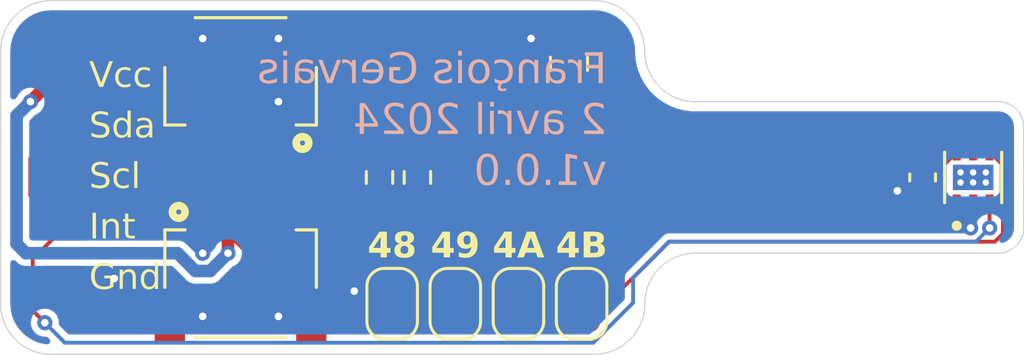
<source format=kicad_pcb>
(kicad_pcb (version 20240108) (generator "pcbnew") (generator_version "8.0")
  (layers (0 "F.Cu" signal) (31 "B.Cu" signal) (34 "B.Paste" user) (35 "F.Paste" user) (36 "B.SilkS" user "B.Silkscreen") (37 "F.SilkS" user "F.Silkscreen") (38 "B.Mask" user) (39 "F.Mask" user) (44 "Edge.Cuts" user))
  (net 0 "")
  (net 1 "GND")
  (net 2 "VCC")
  (net 3 "/SDA")
  (net 4 "/SCL")
  (net 5 "/INT")
  (net 6 "/ADD0")
  (footprint "Connector_Wire:SolderWirePad_1x01_SMD_1x2mm" (layer "F.Cu") (at 20 26.25 -90)
    (property "Reference" "J4" (hide yes))
    (property "Value" "Conn_01x01_Pin" (hide yes))
    (pad "1" smd roundrect (at 0 0 270) (size 1 2) (layers "F.Cu" "F.Paste" "F.Mask") (net 5 "/INT"))
  )
  (footprint "Capacitor_SMD:C_0805_2012Metric" (layer "F.Cu") (at 40 19.75 90)
    (property "Reference" "C2" (hide yes))
    (property "Value" "4.7uF" (hide yes))
    (fp_line (start -0.261252 -0.735) (end 0.261252 -0.735) (stroke (width 0.12)) (layer "F.SilkS"))
    (fp_line (start -0.261252 0.735) (end 0.261252 0.735) (stroke (width 0.12)) (layer "F.SilkS"))
    (pad "1" smd roundrect (at -0.95 0 90) (size 1 1.45) (layers "F.Cu" "F.Paste" "F.Mask") (net 2 "VCC"))
    (pad "2" smd roundrect (at 0.95 0 90) (size 1 1.45) (layers "F.Cu" "F.Paste" "F.Mask") (net 1 "GND"))
  )
  (footprint "Connector_Wire:SolderWirePad_1x01_SMD_1x2mm" (layer "F.Cu") (at 20 28.25 -90)
    (property "Reference" "J5" (hide yes))
    (property "Value" "Conn_01x01_Pin" (hide yes))
    (pad "1" smd roundrect (at 0 0 270) (size 1 2) (layers "F.Cu" "F.Paste" "F.Mask") (net 1 "GND"))
  )
  (footprint "Resistor_SMD:R_0603_1608Metric" (layer "F.Cu") (at 32.5 24.25 -90)
    (property "Reference" "R4" (hide yes))
    (property "Value" "10k" (hide yes))
    (fp_line (start -0.237258 0.5225) (end 0.237258 0.5225) (stroke (width 0.12)) (layer "F.SilkS"))
    (fp_line (start -0.237258 -0.5225) (end 0.237258 -0.5225) (stroke (width 0.12)) (layer "F.SilkS"))
    (pad "1" smd roundrect (at -0.825 0 270) (size 0.8 0.95) (layers "F.Cu" "F.Paste" "F.Mask") (net 2 "VCC"))
    (pad "2" smd roundrect (at 0.825 0 270) (size 0.8 0.95) (layers "F.Cu" "F.Paste" "F.Mask") (net 4 "/SCL"))
  )
  (footprint "SM04B-SRSS-TB(LF)(SN):JST_SM04B-SRSS-TB(LF)(SN)" (layer "F.Cu") (at 27 26)
    (property "Reference" "J7" (hide yes))
    (property "Value" "SM04B-SRSS-TB(LF)(SN)" (hide yes))
    (fp_line (start -3 0.325) (end -3 2.6) (stroke (width 0.127)) (layer "F.SilkS"))
    (fp_line (start -2.2 0.325) (end -3 0.325) (stroke (width 0.127)) (layer "F.SilkS"))
    (fp_line (start -1.8 4.575) (end 1.8 4.575) (stroke (width 0.127)) (layer "F.SilkS"))
    (fp_line (start 2.2 0.325) (end 3 0.325) (stroke (width 0.127)) (layer "F.SilkS"))
    (fp_line (start 3 0.325) (end 3 2.6) (stroke (width 0.127)) (layer "F.SilkS"))
    (fp_circle (center -2.45 -0.385) (end -2.35 -0.385) (stroke (width 0.3)) (fill none) (layer "F.SilkS"))
    (pad "1" smd rect (at -1.5 0) (size 0.6 1.55) (layers "F.Cu" "F.Paste" "F.Mask") (net 1 "GND"))
    (pad "2" smd rect (at -0.5 0) (size 0.6 1.55) (layers "F.Cu" "F.Paste" "F.Mask") (net 2 "VCC"))
    (pad "3" smd rect (at 0.5 0) (size 0.6 1.55) (layers "F.Cu" "F.Paste" "F.Mask") (net 3 "/SDA"))
    (pad "4" smd rect (at 1.5 0) (size 0.6 1.55) (layers "F.Cu" "F.Paste" "F.Mask") (net 4 "/SCL"))
    (pad "S1" smd rect (at -2.8 3.875) (size 1.2 1.8) (layers "F.Cu" "F.Paste" "F.Mask") (net 1 "GND"))
    (pad "S2" smd rect (at 2.8 3.875) (size 1.2 1.8) (layers "F.Cu" "F.Paste" "F.Mask") (net 1 "GND"))
  )
  (footprint "Connector_Wire:SolderWirePad_1x01_SMD_1x2mm" (layer "F.Cu") (at 20 20.25 -90)
    (property "Reference" "J1" (hide yes))
    (property "Value" "Conn_01x01_Pin" (hide yes))
    (pad "1" smd roundrect (at 0 0 270) (size 1 2) (layers "F.Cu" "F.Paste" "F.Mask") (net 2 "VCC"))
  )
  (footprint "TMP117AIDRVR:SON65P200X200X80-7N" (layer "F.Cu") (at 56 24.25 90)
    (property "Reference" "U1" (hide yes))
    (property "Value" "TMP117AIDRVR" (hide yes))
    (fp_line (start -1 -1.13) (end 1 -1.13) (stroke (width 0.127)) (layer "F.SilkS"))
    (fp_line (start -1 1.13) (end 1 1.13) (stroke (width 0.127)) (layer "F.SilkS"))
    (fp_circle (center -1.91 -0.65) (end -1.81 -0.65) (stroke (width 0.2)) (fill none) (layer "F.SilkS"))
    (pad "1" smd roundrect (at -1.02 -0.65 90) (size 0.69 0.32) (layers "F.Cu" "F.Paste" "F.Mask") (roundrect_rratio 0.04) (net 4 "/SCL"))
    (pad "2" smd roundrect (at -1.02 0 90) (size 0.69 0.32) (layers "F.Cu" "F.Paste" "F.Mask") (roundrect_rratio 0.04) (net 1 "GND"))
    (pad "3" smd roundrect (at -1.02 0.65 90) (size 0.69 0.32) (layers "F.Cu" "F.Paste" "F.Mask") (roundrect_rratio 0.04) (net 5 "/INT"))
    (pad "4" smd roundrect (at 1.02 0.65 90) (size 0.69 0.32) (layers "F.Cu" "F.Paste" "F.Mask") (roundrect_rratio 0.04) (net 6 "/ADD0"))
    (pad "5" smd roundrect (at 1.02 0 90) (size 0.69 0.32) (layers "F.Cu" "F.Paste" "F.Mask") (roundrect_rratio 0.04) (net 2 "VCC"))
    (pad "6" smd roundrect (at 1.02 -0.65 90) (size 0.69 0.32) (layers "F.Cu" "F.Paste" "F.Mask") (roundrect_rratio 0.04) (net 3 "/SDA"))
    (pad "7" thru_hole circle (at -0.2 -0.5 180) (size 0.508 0.508) (drill 0.254) (layers "*.Cu" "*.Mask"))
    (pad "7" thru_hole circle (at -0.2 0 180) (size 0.508 0.508) (drill 0.254) (layers "*.Cu" "*.Mask"))
    (pad "7" thru_hole circle (at -0.2 0.5 180) (size 0.508 0.508) (drill 0.254) (layers "*.Cu" "*.Mask"))
    (pad "7" smd rect (at 0 0 180) (size 1.6 1) (layers "F.Cu" "F.Mask"))
    (pad "7" smd rect (at 0 0 180) (size 1.6 1) (layers "B.Cu" "B.Mask"))
    (pad "7" thru_hole circle (at 0.2 -0.5 180) (size 0.508 0.508) (drill 0.254) (layers "*.Cu" "*.Mask"))
    (pad "7" thru_hole circle (at 0.2 0 180) (size 0.508 0.508) (drill 0.254) (layers "*.Cu" "*.Mask"))
    (pad "7" thru_hole circle (at 0.2 0.5 180) (size 0.508 0.508) (drill 0.254) (layers "*.Cu" "*.Mask"))
  )
  (footprint "Jumper:SolderJumper-2_P1.3mm_Open_RoundedPad1.0x1.5mm" (layer "F.Cu") (at 40.5 29.25 90)
    (property "Reference" "JP3" (hide yes))
    (property "Value" "4B" (at 2.25 0 0) (layer "F.SilkS") (effects (font (thickness 0.15) (bold yes))))
    (fp_line (start -0.7 -1) (end 0.7 -1) (stroke (width 0.12)) (layer "F.SilkS"))
    (fp_line (start 1.4 -0.3) (end 1.4 0.3) (stroke (width 0.12)) (layer "F.SilkS"))
    (fp_line (start -1.4 0.3) (end -1.4 -0.3) (stroke (width 0.12)) (layer "F.SilkS"))
    (fp_line (start 0.7 1) (end -0.7 1) (stroke (width 0.12)) (layer "F.SilkS"))
    (fp_arc (start 0.7 -1) (mid 1.194975 -0.794975) (end 1.4 -0.3) (stroke (width 0.12)) (layer "F.SilkS"))
    (fp_arc (start -1.4 -0.3) (mid -1.194975 -0.794975) (end -0.7 -1) (stroke (width 0.12)) (layer "F.SilkS"))
    (fp_arc (start 1.4 0.3) (mid 1.194975 0.794975) (end 0.7 1) (stroke (width 0.12)) (layer "F.SilkS"))
    (fp_arc (start -0.7 1) (mid -1.194975 0.794975) (end -1.4 0.3) (stroke (width 0.12)) (layer "F.SilkS"))
    (pad "1" smd custom (at -0.65 0 90) (size 1 0.5) (layers "F.Cu" "F.Mask") (net 6 "/ADD0") (options (clearance outline) (anchor rect)) (primitives (gr_circle (center 0 0.25) (end 0.5 0.25) (width 0) (fill yes)) (gr_circle (center 0 -0.25) (end 0.5 -0.25) (width 0) (fill yes)) (gr_poly (pts (xy 0.5 0.75) (xy 0 0.75) (xy 0 -0.75) (xy 0.5 -0.75)) (width 0) (fill yes))))
    (pad "2" smd custom (at 0.65 0 90) (size 1 0.5) (layers "F.Cu" "F.Mask") (net 4 "/SCL") (options (clearance outline) (anchor rect)) (primitives (gr_circle (center 0 0.25) (end 0.5 0.25) (width 0) (fill yes)) (gr_circle (center 0 -0.25) (end 0.5 -0.25) (width 0) (fill yes)) (gr_poly (pts (xy 0 0.75) (xy -0.5 0.75) (xy -0.5 -0.75) (xy 0 -0.75)) (width 0) (fill yes))))
  )
  (footprint "Jumper:SolderJumper-2_P1.3mm_Open_RoundedPad1.0x1.5mm" (layer "F.Cu") (at 35.5 29.25 90)
    (property "Reference" "JP1" (hide yes))
    (property "Value" "49" (at 2.25 0 180) (layer "F.SilkS") (effects (font (thickness 0.2) (bold yes))))
    (fp_line (start -0.7 -1) (end 0.7 -1) (stroke (width 0.12)) (layer "F.SilkS"))
    (fp_line (start 1.4 -0.3) (end 1.4 0.3) (stroke (width 0.12)) (layer "F.SilkS"))
    (fp_line (start -1.4 0.3) (end -1.4 -0.3) (stroke (width 0.12)) (layer "F.SilkS"))
    (fp_line (start 0.7 1) (end -0.7 1) (stroke (width 0.12)) (layer "F.SilkS"))
    (fp_arc (start 0.7 -1) (mid 1.194975 -0.794975) (end 1.4 -0.3) (stroke (width 0.12)) (layer "F.SilkS"))
    (fp_arc (start -1.4 -0.3) (mid -1.194975 -0.794975) (end -0.7 -1) (stroke (width 0.12)) (layer "F.SilkS"))
    (fp_arc (start 1.4 0.3) (mid 1.194975 0.794975) (end 0.7 1) (stroke (width 0.12)) (layer "F.SilkS"))
    (fp_arc (start -0.7 1) (mid -1.194975 0.794975) (end -1.4 0.3) (stroke (width 0.12)) (layer "F.SilkS"))
    (pad "1" smd custom (at -0.65 0 90) (size 1 0.5) (layers "F.Cu" "F.Mask") (net 6 "/ADD0") (options (clearance outline) (anchor rect)) (primitives (gr_circle (center 0 0.25) (end 0.5 0.25) (width 0) (fill yes)) (gr_circle (center 0 -0.25) (end 0.5 -0.25) (width 0) (fill yes)) (gr_poly (pts (xy 0.5 0.75) (xy 0 0.75) (xy 0 -0.75) (xy 0.5 -0.75)) (width 0) (fill yes))))
    (pad "2" smd custom (at 0.65 0 90) (size 1 0.5) (layers "F.Cu" "F.Mask") (net 2 "VCC") (options (clearance outline) (anchor rect)) (primitives (gr_circle (center 0 0.25) (end 0.5 0.25) (width 0) (fill yes)) (gr_circle (center 0 -0.25) (end 0.5 -0.25) (width 0) (fill yes)) (gr_poly (pts (xy 0 0.75) (xy -0.5 0.75) (xy -0.5 -0.75) (xy 0 -0.75)) (width 0) (fill yes))))
  )
  (footprint "Jumper:SolderJumper-2_P1.3mm_Open_RoundedPad1.0x1.5mm" (layer "F.Cu") (at 38 29.25 90)
    (property "Reference" "JP2" (hide yes))
    (property "Value" "4A" (at 2.25 0 180) (layer "F.SilkS") (effects (font (thickness 0.15) (bold yes))))
    (fp_line (start -0.7 -1) (end 0.7 -1) (stroke (width 0.12)) (layer "F.SilkS"))
    (fp_line (start 1.4 -0.3) (end 1.4 0.3) (stroke (width 0.12)) (layer "F.SilkS"))
    (fp_line (start -1.4 0.3) (end -1.4 -0.3) (stroke (width 0.12)) (layer "F.SilkS"))
    (fp_line (start 0.7 1) (end -0.7 1) (stroke (width 0.12)) (layer "F.SilkS"))
    (fp_arc (start 0.7 -1) (mid 1.194975 -0.794975) (end 1.4 -0.3) (stroke (width 0.12)) (layer "F.SilkS"))
    (fp_arc (start -1.4 -0.3) (mid -1.194975 -0.794975) (end -0.7 -1) (stroke (width 0.12)) (layer "F.SilkS"))
    (fp_arc (start 1.4 0.3) (mid 1.194975 0.794975) (end 0.7 1) (stroke (width 0.12)) (layer "F.SilkS"))
    (fp_arc (start -0.7 1) (mid -1.194975 0.794975) (end -1.4 0.3) (stroke (width 0.12)) (layer "F.SilkS"))
    (pad "1" smd custom (at -0.65 0 90) (size 1 0.5) (layers "F.Cu" "F.Mask") (net 6 "/ADD0") (options (clearance outline) (anchor rect)) (primitives (gr_circle (center 0 0.25) (end 0.5 0.25) (width 0) (fill yes)) (gr_circle (center 0 -0.25) (end 0.5 -0.25) (width 0) (fill yes)) (gr_poly (pts (xy 0.5 0.75) (xy 0 0.75) (xy 0 -0.75) (xy 0.5 -0.75)) (width 0) (fill yes))))
    (pad "2" smd custom (at 0.65 0 90) (size 1 0.5) (layers "F.Cu" "F.Mask") (net 3 "/SDA") (options (clearance outline) (anchor rect)) (primitives (gr_circle (center 0 0.25) (end 0.5 0.25) (width 0) (fill yes)) (gr_circle (center 0 -0.25) (end 0.5 -0.25) (width 0) (fill yes)) (gr_poly (pts (xy 0 0.75) (xy -0.5 0.75) (xy -0.5 -0.75) (xy 0 -0.75)) (width 0) (fill yes))))
  )
  (footprint "Capacitor_SMD:C_0603_1608Metric" (layer "F.Cu") (at 54 24.25 -90)
    (property "Reference" "C1" (hide yes))
    (property "Value" "0.1uF" (hide yes))
    (fp_line (start -0.14058 0.51) (end 0.14058 0.51) (stroke (width 0.12)) (layer "F.SilkS"))
    (fp_line (start -0.14058 -0.51) (end 0.14058 -0.51) (stroke (width 0.12)) (layer "F.SilkS"))
    (pad "1" smd roundrect (at -0.775 0 270) (size 0.9 0.95) (layers "F.Cu" "F.Paste" "F.Mask") (net 2 "VCC"))
    (pad "2" smd roundrect (at 0.775 0 270) (size 0.9 0.95) (layers "F.Cu" "F.Paste" "F.Mask") (net 1 "GND"))
  )
  (footprint "Resistor_SMD:R_0603_1608Metric" (layer "F.Cu") (at 34 24.25 -90)
    (property "Reference" "R2" (hide yes))
    (property "Value" "10k" (hide yes))
    (fp_line (start -0.237258 0.5225) (end 0.237258 0.5225) (stroke (width 0.12)) (layer "F.SilkS"))
    (fp_line (start -0.237258 -0.5225) (end 0.237258 -0.5225) (stroke (width 0.12)) (layer "F.SilkS"))
    (pad "1" smd roundrect (at -0.825 0 270) (size 0.8 0.95) (layers "F.Cu" "F.Paste" "F.Mask") (net 2 "VCC"))
    (pad "2" smd roundrect (at 0.825 0 270) (size 0.8 0.95) (layers "F.Cu" "F.Paste" "F.Mask") (net 3 "/SDA"))
  )
  (footprint "SM04B-SRSS-TB(LF)(SN):JST_SM04B-SRSS-TB(LF)(SN)" (layer "F.Cu") (at 27 22.5 180)
    (property "Reference" "J8" (hide yes))
    (property "Value" "SM04B-SRSS-TB(LF)(SN)" (hide yes))
    (fp_line (start 3 0.325) (end 3 2.6) (stroke (width 0.127)) (layer "F.SilkS"))
    (fp_line (start 2.2 0.325) (end 3 0.325) (stroke (width 0.127)) (layer "F.SilkS"))
    (fp_line (start -1.8 4.575) (end 1.8 4.575) (stroke (width 0.127)) (layer "F.SilkS"))
    (fp_line (start -2.2 0.325) (end -3 0.325) (stroke (width 0.127)) (layer "F.SilkS"))
    (fp_line (start -3 0.325) (end -3 2.6) (stroke (width 0.127)) (layer "F.SilkS"))
    (fp_circle (center -2.45 -0.385) (end -2.35 -0.385) (stroke (width 0.3)) (fill none) (layer "F.SilkS"))
    (pad "1" smd rect (at -1.5 0 180) (size 0.6 1.55) (layers "F.Cu" "F.Paste" "F.Mask") (net 1 "GND"))
    (pad "2" smd rect (at -0.5 0 180) (size 0.6 1.55) (layers "F.Cu" "F.Paste" "F.Mask") (net 2 "VCC"))
    (pad "3" smd rect (at 0.5 0 180) (size 0.6 1.55) (layers "F.Cu" "F.Paste" "F.Mask") (net 3 "/SDA"))
    (pad "4" smd rect (at 1.5 0 180) (size 0.6 1.55) (layers "F.Cu" "F.Paste" "F.Mask") (net 4 "/SCL"))
    (pad "S1" smd rect (at -2.8 3.875 180) (size 1.2 1.8) (layers "F.Cu" "F.Paste" "F.Mask") (net 1 "GND"))
    (pad "S2" smd rect (at 2.8 3.875 180) (size 1.2 1.8) (layers "F.Cu" "F.Paste" "F.Mask") (net 1 "GND"))
  )
  (footprint "Connector_Wire:SolderWirePad_1x01_SMD_1x2mm" (layer "F.Cu") (at 20 22.25 -90)
    (property "Reference" "J2" (hide yes))
    (property "Value" "Conn_01x01_Pin" (hide yes))
    (pad "1" smd roundrect (at 0 0 270) (size 1 2) (layers "F.Cu" "F.Paste" "F.Mask") (net 3 "/SDA"))
  )
  (footprint "Jumper:SolderJumper-2_P1.3mm_Open_RoundedPad1.0x1.5mm" (layer "F.Cu") (at 33 29.25 90)
    (property "Reference" "JP4" (hide yes))
    (property "Value" "48" (at 2.25 0 180) (layer "F.SilkS") (effects (font (thickness 0.2) (bold yes))))
    (fp_line (start -0.7 -1) (end 0.7 -1) (stroke (width 0.12)) (layer "F.SilkS"))
    (fp_line (start 1.4 -0.3) (end 1.4 0.3) (stroke (width 0.12)) (layer "F.SilkS"))
    (fp_line (start -1.4 0.3) (end -1.4 -0.3) (stroke (width 0.12)) (layer "F.SilkS"))
    (fp_line (start 0.7 1) (end -0.7 1) (stroke (width 0.12)) (layer "F.SilkS"))
    (fp_arc (start 0.7 -1) (mid 1.194975 -0.794975) (end 1.4 -0.3) (stroke (width 0.12)) (layer "F.SilkS"))
    (fp_arc (start -1.4 -0.3) (mid -1.194975 -0.794975) (end -0.7 -1) (stroke (width 0.12)) (layer "F.SilkS"))
    (fp_arc (start 1.4 0.3) (mid 1.194975 0.794975) (end 0.7 1) (stroke (width 0.12)) (layer "F.SilkS"))
    (fp_arc (start -0.7 1) (mid -1.194975 0.794975) (end -1.4 0.3) (stroke (width 0.12)) (layer "F.SilkS"))
    (pad "1" smd custom (at -0.65 0 90) (size 1 0.5) (layers "F.Cu" "F.Mask") (net 6 "/ADD0") (options (clearance outline) (anchor rect)) (primitives (gr_circle (center 0 0.25) (end 0.5 0.25) (width 0) (fill yes)) (gr_circle (center 0 -0.25) (end 0.5 -0.25) (width 0) (fill yes)) (gr_poly (pts (xy 0.5 0.75) (xy 0 0.75) (xy 0 -0.75) (xy 0.5 -0.75)) (width 0) (fill yes))))
    (pad "2" smd custom (at 0.65 0 90) (size 1 0.5) (layers "F.Cu" "F.Mask") (net 1 "GND") (options (clearance outline) (anchor rect)) (primitives (gr_circle (center 0 0.25) (end 0.5 0.25) (width 0) (fill yes)) (gr_circle (center 0 -0.25) (end 0.5 -0.25) (width 0) (fill yes)) (gr_poly (pts (xy 0 0.75) (xy -0.5 0.75) (xy -0.5 -0.75) (xy 0 -0.75)) (width 0) (fill yes))))
  )
  (footprint "Connector_Wire:SolderWirePad_1x01_SMD_1x2mm" (layer "F.Cu") (at 20 24.25 -90)
    (property "Reference" "J3" (hide yes))
    (property "Value" "Conn_01x01_Pin" (hide yes))
    (pad "1" smd roundrect (at 0 0 270) (size 1 2) (layers "F.Cu" "F.Paste" "F.Mask") (net 4 "/SCL"))
  )
  (gr_line (start 58 26.25) (end 58 22.25) (stroke (width 0.05)) (layer "Edge.Cuts"))
  (gr_line (start 41 17.25) (end 19.5 17.25) (stroke (width 0.05)) (layer "Edge.Cuts"))
  (gr_arc (start 57 21.25) (mid 57.707107 21.542893) (end 58 22.25) (stroke (width 0.05)) (layer "Edge.Cuts"))
  (gr_line (start 19.5 31.25) (end 41 31.25) (stroke (width 0.05)) (layer "Edge.Cuts"))
  (gr_line (start 45 27.25) (end 57 27.25) (stroke (width 0.05)) (layer "Edge.Cuts"))
  (gr_arc (start 19.5 31.25) (mid 18.085786 30.664214) (end 17.5 29.25) (stroke (width 0.05)) (layer "Edge.Cuts"))
  (gr_arc (start 41 17.25) (mid 42.414214 17.835786) (end 43 19.25) (stroke (width 0.05)) (layer "Edge.Cuts"))
  (gr_line (start 17.5 19.25) (end 17.5 29.25) (stroke (width 0.05)) (layer "Edge.Cuts"))
  (gr_arc (start 17.5 19.25) (mid 18.085786 17.835786) (end 19.5 17.25) (stroke (width 0.05)) (layer "Edge.Cuts"))
  (gr_arc (start 43 29.25) (mid 42.414214 30.664214) (end 41 31.25) (stroke (width 0.05)) (layer "Edge.Cuts"))
  (gr_arc (start 43 29.25) (mid 43.585786 27.835786) (end 45 27.25) (stroke (width 0.05)) (layer "Edge.Cuts"))
  (gr_arc (start 45 21.25) (mid 43.585786 20.664214) (end 43 19.25) (stroke (width 0.05)) (layer "Edge.Cuts"))
  (gr_line (start 45 21.25) (end 57 21.25) (stroke (width 0.05)) (layer "Edge.Cuts"))
  (gr_arc (start 58 26.25) (mid 57.707107 26.957107) (end 57 27.25) (stroke (width 0.05)) (layer "Edge.Cuts"))
  (gr_text "François Gervais\n2 avril 2024\nv1.0.0" (at 41.5 24.75 0) (layer "B.SilkS") (effects (font (size 1.2 1.2) (thickness 0.125)) (justify left bottom mirror)))
  (gr_text "Sda" (at 21 22.25 0) (layer "F.SilkS") (effects (font (size 1 1) (thickness 0.125)) (justify left)))
  (gr_text "Vcc" (at 21 20.25 0) (layer "F.SilkS") (effects (font (size 1 1) (thickness 0.125)) (justify left)))
  (gr_text "Gnd" (at 21 28.25 0) (layer "F.SilkS") (effects (font (size 1 1) (thickness 0.125)) (justify left)))
  (gr_text "Int" (at 21 26.25 0) (layer "F.SilkS") (effects (font (size 1 1) (thickness 0.125)) (justify left)))
  (gr_text "Scl" (at 21 24.25 0) (layer "F.SilkS") (effects (font (size 1 1) (thickness 0.125)) (justify left)))
  (segment (start 56 25.27) (end 56 26.15) (width 0.3) (layer "F.Cu") (net 1))
  (segment (start 29.8 29.875) (end 28.625 29.875) (width 0.5) (layer "F.Cu") (net 1))
  (segment (start 25.375 29.875) (end 25.5 29.75) (width 0.5) (layer "F.Cu") (net 1))
  (segment (start 56 26.15) (end 55.9 26.25) (width 0.3) (layer "F.Cu") (net 1))
  (segment (start 33 28.6) (end 31.65 28.6) (width 0.25) (layer "F.Cu") (net 1))
  (segment (start 31.65 28.6) (end 31.5 28.75) (width 0.25) (layer "F.Cu") (net 1))
  (segment (start 29.8 18.625) (end 28.625 18.625) (width 0.5) (layer "F.Cu") (net 1))
  (segment (start 24.2 18.625) (end 25.375 18.625) (width 0.5) (layer "F.Cu") (net 1))
  (segment (start 25.375 18.625) (end 25.5 18.75) (width 0.5) (layer "F.Cu") (net 1))
  (segment (start 28.625 18.625) (end 28.5 18.75) (width 0.5) (layer "F.Cu") (net 1))
  (segment (start 53.2464 25.025) (end 53 24.7786) (width 0.5) (layer "F.Cu") (net 1))
  (segment (start 28.5 22.5) (end 28.5 21.25) (width 0.25) (layer "F.Cu") (net 1))
  (segment (start 25.5 26) (end 25.5 27.25) (width 0.25) (layer "F.Cu") (net 1))
  (segment (start 54 25.025) (end 53.2464 25.025) (width 0.5) (layer "F.Cu") (net 1))
  (segment (start 24.2 29.875) (end 25.375 29.875) (width 0.5) (layer "F.Cu") (net 1))
  (segment (start 20 28.25) (end 22 28.25) (width 0.5) (layer "F.Cu") (net 1))
  (segment (start 40 18.8) (end 38.55 18.8) (width 0.5) (layer "F.Cu") (net 1))
  (segment (start 28.625 29.875) (end 28.5 29.75) (width 0.5) (layer "F.Cu") (net 1))
  (segment (start 38.55 18.8) (end 38.5 18.75) (width 0.5) (layer "F.Cu") (net 1))
  (via (at 31.5 28.75) (size 0.6) (drill 0.3) (layers "F.Cu" "B.Cu") (net 1))
  (via (at 55.9 26.25) (size 0.6) (drill 0.3) (layers "F.Cu" "B.Cu") (net 1))
  (via (at 22 28.25) (size 0.6) (drill 0.3) (layers "F.Cu" "B.Cu") (net 1))
  (via (at 28.5 18.75) (size 0.6) (drill 0.3) (layers "F.Cu" "B.Cu") (net 1))
  (via (at 38.5 18.75) (size 0.6) (drill 0.3) (layers "F.Cu" "B.Cu") (net 1))
  (via (at 25.5 29.75) (size 0.6) (drill 0.3) (layers "F.Cu" "B.Cu") (net 1))
  (via (at 28.5 29.75) (size 0.6) (drill 0.3) (layers "F.Cu" "B.Cu") (net 1))
  (via (at 25.5 27.25) (size 0.6) (drill 0.3) (layers "F.Cu" "B.Cu") (net 1))
  (via (at 25.5 18.75) (size 0.6) (drill 0.3) (layers "F.Cu" "B.Cu") (net 1))
  (via (at 53 24.7786) (size 0.6) (drill 0.3) (layers "F.Cu" "B.Cu") (net 1))
  (via (at 28.5 21.25) (size 0.6) (drill 0.3) (layers "F.Cu" "B.Cu") (net 1))
  (segment (start 20 20.25) (end 27.5 20.25) (width 0.5) (layer "F.Cu") (net 2))
  (segment (start 34.65 27.75) (end 27.775 27.75) (width 0.1524) (layer "F.Cu") (net 2))
  (segment (start 27.5 20.25) (end 32.5 20.25) (width 0.5) (layer "F.Cu") (net 2))
  (segment (start 32.5 23.425) (end 32.5 20.25) (width 0.5) (layer "F.Cu") (net 2))
  (segment (start 19.681 20.25) (end 18.681 21.25) (width 0.5) (layer "F.Cu") (net 2))
  (segment (start 20 20.25) (end 19.681 20.25) (width 0.5) (layer "F.Cu") (net 2))
  (segment (start 26.5 27.25) (end 26.5 26) (width 0.5) (layer "F.Cu") (net 2))
  (segment (start 32.5 23.425) (end 34 23.425) (width 0.5) (layer "F.Cu") (net 2))
  (segment (start 26.5 26.475) (end 26.5 26) (width 0.1524) (layer "F.Cu") (net 2))
  (segment (start 35.5 28.6) (end 34.65 27.75) (width 0.1524) (layer "F.Cu") (net 2))
  (segment (start 54.8924 22.5826) (end 54 23.475) (width 0.3) (layer "F.Cu") (net 2))
  (segment (start 55.6976 22.5826) (end 54.8924 22.5826) (width 0.3) (layer "F.Cu") (net 2))
  (segment (start 32.5 20.25) (end 39.55 20.25) (width 0.5) (layer "F.Cu") (net 2))
  (segment (start 39.55 20.25) (end 40 20.7) (width 0.5) (layer "F.Cu") (net 2))
  (segment (start 42.775 23.475) (end 54 23.475) (width 0.5) (layer "F.Cu") (net 2))
  (segment (start 56 22.885) (end 55.6976 22.5826) (width 0.3) (layer "F.Cu") (net 2))
  (segment (start 56 23.23) (end 56 22.885) (width 0.3) (layer "F.Cu") (net 2))
  (segment (start 40 20.7) (end 42.775 23.475) (width 0.5) (layer "F.Cu") (net 2))
  (segment (start 27.775 27.75) (end 26.5 26.475) (width 0.1524) (layer "F.Cu") (net 2))
  (segment (start 27.5 22.5) (end 27.5 20.25) (width 0.5) (layer "F.Cu") (net 2))
  (via (at 26.5 27.25) (size 0.6) (drill 0.3) (layers "F.Cu" "B.Cu") (net 2))
  (via (at 18.681 21.25) (size 0.6) (drill 0.3) (layers "F.Cu" "B.Cu") (net 2))
  (segment (start 25.7976 27.9524) (end 26.5 27.25) (width 0.5) (layer "B.Cu") (net 2))
  (segment (start 18.131 21.8) (end 18.131 26.881) (width 0.5) (layer "B.Cu") (net 2))
  (segment (start 24.506656 27.25) (end 25.209056 27.9524) (width 0.5) (layer "B.Cu") (net 2))
  (segment (start 18.5 27.25) (end 24.506656 27.25) (width 0.5) (layer "B.Cu") (net 2))
  (segment (start 25.209056 27.9524) (end 25.7976 27.9524) (width 0.5) (layer "B.Cu") (net 2))
  (segment (start 18.131 26.881) (end 18.5 27.25) (width 0.5) (layer "B.Cu") (net 2))
  (segment (start 18.681 21.25) (end 18.131 21.8) (width 0.5) (layer "B.Cu") (net 2))
  (segment (start 20 22.25) (end 20.8024 21.4476) (width 0.25) (layer "F.Cu") (net 3))
  (segment (start 20.8024 21.4476) (end 25.9226 21.4476) (width 0.25) (layer "F.Cu") (net 3))
  (segment (start 34 24.25) (end 28.5 24.25) (width 0.1524) (layer "F.Cu") (net 3))
  (segment (start 28.275 27.25) (end 27.5 26.475) (width 0.1524) (layer "F.Cu") (net 3))
  (segment (start 26.5 23.0322) (end 26.5 22.5) (width 0.1524) (layer "F.Cu") (net 3))
  (segment (start 54.347722 24.25) (end 37.5 24.25) (width 0.1524) (layer "F.Cu") (net 3))
  (segment (start 22.8024 24.9476) (end 26.9226 24.9476) (width 0.25) (layer "F.Cu") (net 3))
  (segment (start 27.5 26.475) (end 27.5 26) (width 0.1524) (layer "F.Cu") (net 3))
  (segment (start 26.9226 24.9476) (end 27.5 25.525) (width 0.25) (layer "F.Cu") (net 3))
  (segment (start 20 22.25) (end 18.7226 23.5274) (width 0.25) (layer "F.Cu") (net 3))
  (segment (start 18.7226 24.947984) (end 19.024616 25.25) (width 0.25) (layer "F.Cu") (net 3))
  (segment (start 19.024616 25.25) (end 22.5 25.25) (width 0.25) (layer "F.Cu") (net 3))
  (segment (start 34 25.075) (end 34 24.25) (width 0.1524) (layer "F.Cu") (net 3))
  (segment (start 36.65 27.25) (end 28.275 27.25) (width 0.1524) (layer "F.Cu") (net 3))
  (segment (start 22.5 25.25) (end 22.8024 24.9476) (width 0.25) (layer "F.Cu") (net 3))
  (segment (start 26.5 22.025) (end 26.5 22.5) (width 0.25) (layer "F.Cu") (net 3))
  (segment (start 37.5 24.25) (end 36.5 24.25) (width 0.1524) (layer "F.Cu") (net 3))
  (segment (start 55.35 23.23) (end 55.35 23.247722) (width 0.1524) (layer "F.Cu") (net 3))
  (segment (start 18.7226 23.5274) (end 18.7226 24.947984) (width 0.25) (layer "F.Cu") (net 3))
  (segment (start 27.7536 23.5036) (end 26.9714 23.5036) (width 0.1524) (layer "F.Cu") (net 3))
  (segment (start 26.9714 23.5036) (end 26.5 23.0322) (width 0.1524) (layer "F.Cu") (net 3))
  (segment (start 36.5 24.25) (end 34 24.25) (width 0.1524) (layer "F.Cu") (net 3))
  (segment (start 38 28.6) (end 36.65 27.25) (width 0.1524) (layer "F.Cu") (net 3))
  (segment (start 25.9226 21.4476) (end 26.5 22.025) (width 0.25) (layer "F.Cu") (net 3))
  (segment (start 28.5 24.25) (end 27.7536 23.5036) (width 0.1524) (layer "F.Cu") (net 3))
  (segment (start 27.5 25.525) (end 27.5 26) (width 0.25) (layer "F.Cu") (net 3))
  (segment (start 55.35 23.247722) (end 54.347722 24.25) (width 0.1524) (layer "F.Cu") (net 3))
  (segment (start 25.5 22.5) (end 25.5 23.1298) (width 0.25) (layer "F.Cu") (net 4))
  (segment (start 37.5 26) (end 34.5 26) (width 0.1524) (layer "F.Cu") (net 4))
  (segment (start 21.75 24.25) (end 23.5 22.5) (width 0.25) (layer "F.Cu") (net 4))
  (segment (start 55.35 25.27) (end 54.62 26) (width 0.1524) (layer "F.Cu") (net 4))
  (segment (start 20 24.25) (end 21.75 24.25) (width 0.25) (layer "F.Cu") (net 4))
  (segment (start 32.5 25.075) (end 32.5 26) (width 0.1524) (layer "F.Cu") (net 4))
  (segment (start 40.5 28.6) (end 40.5 26) (width 0.1524) (layer "F.Cu") (net 4))
  (segment (start 54.62 26) (end 41.5 26) (width 0.1524) (layer "F.Cu") (net 4))
  (segment (start 28.5 25.525) (end 28.5 26) (width 0.25) (layer "F.Cu") (net 4))
  (segment (start 23.5 22.5) (end 25.5 22.5) (width 0.25) (layer "F.Cu") (net 4))
  (segment (start 38 26) (end 37.5 26) (width 0.1524) (layer "F.Cu") (net 4))
  (segment (start 34.5 26) (end 32.5 26) (width 0.1524) (layer "F.Cu") (net 4))
  (segment (start 40.5 26) (end 38 26) (width 0.1524) (layer "F.Cu") (net 4))
  (segment (start 32.5 26) (end 28.5 26) (width 0.1524) (layer "F.Cu") (net 4))
  (segment (start 27.225 24.25) (end 28.5 25.525) (width 0.25) (layer "F.Cu") (net 4))
  (segment (start 41.5 26) (end 40.5 26) (width 0.1524) (layer "F.Cu") (net 4))
  (segment (start 26.6202 24.25) (end 27.225 24.25) (width 0.25) (layer "F.Cu") (net 4))
  (segment (start 25.5 23.1298) (end 26.6202 24.25) (width 0.25) (layer "F.Cu") (net 4))
  (segment (start 18.7714 29.5214) (end 19.25 30) (width 0.1524) (layer "F.Cu") (net 5))
  (segment (start 56.65 26.247597) (end 56.652403 26.25) (width 0.1524) (layer "F.Cu") (net 5))
  (segment (start 20 26.25) (end 18.7714 27.4786) (width 0.1524) (layer "F.Cu") (net 5))
  (segment (start 56.65 25.27) (end 56.65 26.247597) (width 0.1524) (layer "F.Cu") (net 5))
  (segment (start 18.7714 27.4786) (end 18.7714 29.5214) (width 0.1524) (layer "F.Cu") (net 5))
  (via (at 19.25 30) (size 0.6) (drill 0.3) (layers "F.Cu" "B.Cu") (net 5))
  (via (at 56.652403 26.25) (size 0.6) (drill 0.3) (layers "F.Cu" "B.Cu") (net 5))
  (segment (start 40.9572 30.7928) (end 42.538411 29.211589) (width 0.1524) (layer "B.Cu") (net 5))
  (segment (start 19.25 30) (end 20.0428 30.7928) (width 0.1524) (layer "B.Cu") (net 5))
  (segment (start 42.538411 28.224229) (end 43.96984 26.7928) (width 0.1524) (layer "B.Cu") (net 5))
  (segment (start 42.538411 29.211589) (end 42.538411 28.224229) (width 0.1524) (layer "B.Cu") (net 5))
  (segment (start 43.96984 26.7928) (end 56.109603 26.7928) (width 0.1524) (layer "B.Cu") (net 5))
  (segment (start 56.109603 26.7928) (end 56.652403 26.25) (width 0.1524) (layer "B.Cu") (net 5))
  (segment (start 20.0428 30.7928) (end 40.9572 30.7928) (width 0.1524) (layer "B.Cu") (net 5))
  (segment (start 35.5 29.9) (end 40.5 29.9) (width 0.25) (layer "F.Cu") (net 6))
  (segment (start 57.181003 23.761003) (end 57.181003 26.468954) (width 0.1524) (layer "F.Cu") (net 6))
  (segment (start 57.181003 26.468954) (end 56.857157 26.7928) (width 0.1524) (layer "F.Cu") (net 6))
  (segment (start 56.857157 26.7928) (end 43.9572 26.7928) (width 0.1524) (layer "F.Cu") (net 6))
  (segment (start 40.85 29.9) (end 40.5 29.9) (width 0.1524) (layer "F.Cu") (net 6))
  (segment (start 43.9572 26.7928) (end 40.85 29.9) (width 0.1524) (layer "F.Cu") (net 6))
  (segment (start 56.65 23.23) (end 57.181003 23.761003) (width 0.1524) (layer "F.Cu") (net 6))
  (segment (start 35.5 29.9) (end 38 29.9) (width 0.25) (layer "F.Cu") (net 6))
  (segment (start 33 29.9) (end 35.5 29.9) (width 0.25) (layer "F.Cu") (net 6))
  (zone (net 1) (net_name "GND") (layer "B.Cu") (connect_pads (clearance 0.25)) (min_thickness 0.25) (fill yes (thermal_gap 0.5) (thermal_bridge_width 0.5))
    (polygon (pts (xy 17.5 31.25) (xy 17.5 17.25) (xy 58 17.25) (xy 58 31.25)))
  )
)
</source>
